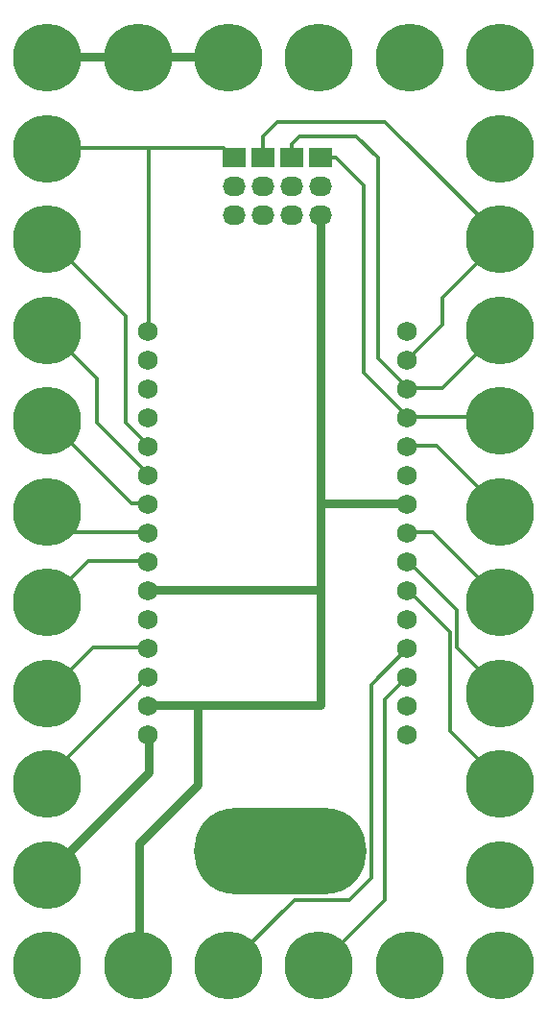
<source format=gtl>
%TF.GenerationSoftware,KiCad,Pcbnew,4.0.7-e2-6376~58~ubuntu16.04.1*%
%TF.CreationDate,2018-07-18T10:10:47-07:00*%
%TF.ProjectId,6x11-NodeMCU-V2-Breakout,367831312D4E6F64654D43552D56322D,1.0*%
%TF.FileFunction,Copper,L1,Top,Signal*%
%FSLAX46Y46*%
G04 Gerber Fmt 4.6, Leading zero omitted, Abs format (unit mm)*
G04 Created by KiCad (PCBNEW 4.0.7-e2-6376~58~ubuntu16.04.1) date Wed Jul 18 10:10:47 2018*
%MOMM*%
%LPD*%
G01*
G04 APERTURE LIST*
%ADD10C,0.350000*%
%ADD11R,2.032000X1.727200*%
%ADD12O,2.032000X1.727200*%
%ADD13O,15.240000X7.620000*%
%ADD14C,6.000000*%
%ADD15C,1.727200*%
%ADD16C,0.685800*%
%ADD17C,0.330200*%
%ADD18C,0.762000*%
%ADD19C,0.330200*%
%ADD20C,0.350000*%
G04 APERTURE END LIST*
D10*
D11*
X66040000Y-34290000D03*
D12*
X66040000Y-36830000D03*
X66040000Y-39370000D03*
D11*
X63500000Y-34290000D03*
D12*
X63500000Y-36830000D03*
X63500000Y-39370000D03*
D11*
X60960000Y-34290000D03*
D12*
X60960000Y-36830000D03*
X60960000Y-39370000D03*
D13*
X62484000Y-95377000D03*
D11*
X58420000Y-34290000D03*
D12*
X58420000Y-36830000D03*
X58420000Y-39370000D03*
D14*
X81941400Y-65501600D03*
X81940400Y-57501600D03*
X81940400Y-41501600D03*
X81940400Y-73501600D03*
X81940400Y-33501600D03*
X81940400Y-49501600D03*
X81941400Y-81501600D03*
X81941400Y-89501600D03*
X81940400Y-25501600D03*
X73941400Y-25501600D03*
X57941400Y-25501600D03*
X49941400Y-25501600D03*
X57941400Y-105501600D03*
X49941400Y-105501600D03*
X81940400Y-105501600D03*
X73941400Y-105501600D03*
X41941400Y-105501600D03*
X41941400Y-89501600D03*
X41941400Y-81501600D03*
X41941400Y-73501600D03*
X41941400Y-65501600D03*
X41941400Y-57501600D03*
X41941400Y-49501600D03*
X41941400Y-41501600D03*
X41941400Y-33501600D03*
X41941400Y-25501600D03*
X81941400Y-97501600D03*
X41941400Y-97501600D03*
X65941400Y-25501600D03*
X65941400Y-105501600D03*
D15*
X73691400Y-85191600D03*
X73691400Y-82651600D03*
X73691400Y-80111600D03*
X73691400Y-77571600D03*
X73691400Y-75031600D03*
X73691400Y-72491600D03*
X73691400Y-69951600D03*
X73691400Y-67411600D03*
X73691400Y-64871600D03*
X73691400Y-62331600D03*
X73691400Y-59791600D03*
X73691400Y-57251600D03*
X50831400Y-59791600D03*
X50831400Y-80111600D03*
X50831400Y-64871600D03*
X50831400Y-62331600D03*
X50831400Y-82651600D03*
X50831400Y-75031600D03*
X50831400Y-85191600D03*
X50831400Y-72491600D03*
X50831400Y-69951600D03*
X50831400Y-67411600D03*
X50831400Y-77571600D03*
X50831400Y-57251600D03*
X50831400Y-52171600D03*
X50831400Y-54711600D03*
X50831400Y-49631600D03*
X73691400Y-52171600D03*
X73691400Y-54711600D03*
X73691400Y-49631600D03*
D16*
X66040000Y-82550000D03*
D17*
X50800000Y-33400000D02*
X57530000Y-33400000D01*
X42040000Y-33400000D02*
X50800000Y-33400000D01*
X50800000Y-33400000D02*
X50930000Y-33530000D01*
X50930000Y-33530000D02*
X50930000Y-49530000D01*
X57530000Y-33400000D02*
X58420000Y-34290000D01*
D18*
X50040000Y-25400000D02*
X42040000Y-25400000D01*
X58040000Y-25400000D02*
X50040000Y-25400000D01*
X66040000Y-39370000D02*
X66040000Y-64770000D01*
X66040000Y-64770000D02*
X66040000Y-72390000D01*
X73790000Y-64770000D02*
X66040000Y-64770000D01*
X66040000Y-72390000D02*
X66040000Y-82550000D01*
X50930000Y-72390000D02*
X66040000Y-72390000D01*
X55245000Y-82550000D02*
X66040000Y-82550000D01*
X50930000Y-82550000D02*
X55245000Y-82550000D01*
X55245000Y-89535000D02*
X55245000Y-82550000D01*
X50040000Y-94740000D02*
X55245000Y-89535000D01*
X50040000Y-105400000D02*
X50040000Y-94740000D01*
D17*
X71120000Y-48260000D02*
X71120000Y-49400000D01*
X71120000Y-34290000D02*
X71120000Y-48260000D01*
X71120000Y-48260000D02*
X71120000Y-51940000D01*
X71120000Y-51940000D02*
X73790000Y-54610000D01*
X73790000Y-54610000D02*
X76829000Y-54610000D01*
X76829000Y-54610000D02*
X79369000Y-52070000D01*
X79369000Y-52070000D02*
X82039000Y-49400000D01*
X69215000Y-32385000D02*
X71120000Y-34290000D01*
X64211200Y-32385000D02*
X69215000Y-32385000D01*
X63500000Y-34290000D02*
X63500000Y-33096200D01*
X63500000Y-33096200D02*
X64211200Y-32385000D01*
X73790000Y-57150000D02*
X81789000Y-57150000D01*
X81789000Y-57150000D02*
X82039000Y-57400000D01*
X69850000Y-36753800D02*
X69850000Y-53210000D01*
X69850000Y-53210000D02*
X73790000Y-57150000D01*
X66040000Y-34290000D02*
X67386200Y-34290000D01*
X67386200Y-34290000D02*
X69850000Y-36753800D01*
D18*
X42040000Y-97400000D02*
X50930000Y-88510000D01*
X50930000Y-88510000D02*
X50930000Y-85090000D01*
D17*
X76835000Y-49025000D02*
X76835000Y-46604000D01*
X76835000Y-46604000D02*
X82039000Y-41400000D01*
X73790000Y-52070000D02*
X76835000Y-49025000D01*
X62230000Y-31115000D02*
X60960000Y-32385000D01*
X60960000Y-32385000D02*
X60960000Y-34290000D01*
X71754000Y-31115000D02*
X62230000Y-31115000D01*
X82039000Y-41400000D02*
X71754000Y-31115000D01*
X73790000Y-59690000D02*
X76330000Y-59690000D01*
X76330000Y-59690000D02*
X82040000Y-65400000D01*
X73790000Y-67310000D02*
X75949000Y-67310000D01*
X75949000Y-67310000D02*
X82039000Y-73400000D01*
X78105000Y-77465000D02*
X78105000Y-74165000D01*
X78105000Y-74165000D02*
X73790000Y-69850000D01*
X82040000Y-81400000D02*
X78105000Y-77465000D01*
X77470000Y-76070000D02*
X77470000Y-84830000D01*
X77470000Y-84830000D02*
X82040000Y-89400000D01*
X73790000Y-72390000D02*
X77470000Y-76070000D01*
X50930000Y-80010000D02*
X42040000Y-88900000D01*
X42040000Y-88900000D02*
X42040000Y-89400000D01*
X50930000Y-77470000D02*
X45970000Y-77470000D01*
X45970000Y-77470000D02*
X42040000Y-81400000D01*
X50930000Y-69850000D02*
X45590000Y-69850000D01*
X45590000Y-69850000D02*
X42040000Y-73400000D01*
X50930000Y-67310000D02*
X43950000Y-67310000D01*
X43950000Y-67310000D02*
X42040000Y-65400000D01*
X50930000Y-64770000D02*
X49410000Y-64770000D01*
X49410000Y-64770000D02*
X42040000Y-57400000D01*
X46355000Y-57655000D02*
X46355000Y-53715000D01*
X46355000Y-53715000D02*
X42040000Y-49400000D01*
X50930000Y-62230000D02*
X46355000Y-57655000D01*
X48895000Y-57655000D02*
X48895000Y-48255000D01*
X48895000Y-48255000D02*
X42040000Y-41400000D01*
X50930000Y-59690000D02*
X48895000Y-57655000D01*
X71755000Y-99695000D02*
X71755000Y-82045000D01*
X71755000Y-82045000D02*
X73790000Y-80010000D01*
X69049999Y-102400001D02*
X71755000Y-99695000D01*
X66040000Y-105400000D02*
X69039999Y-102400001D01*
X69039999Y-102400001D02*
X69049999Y-102400001D01*
X68580000Y-99695000D02*
X63745000Y-99695000D01*
X63745000Y-99695000D02*
X58040000Y-105400000D01*
X70523110Y-97751890D02*
X68580000Y-99695000D01*
X73790000Y-77470000D02*
X70523110Y-80736890D01*
X70523110Y-80736890D02*
X70523110Y-97751890D01*
D19*
X66040000Y-82550000D03*
D20*
X66040000Y-34290000D03*
X66040000Y-36830000D03*
X66040000Y-39370000D03*
X63500000Y-34290000D03*
X63500000Y-36830000D03*
X63500000Y-39370000D03*
X60960000Y-34290000D03*
X60960000Y-36830000D03*
X60960000Y-39370000D03*
X58420000Y-34290000D03*
X58420000Y-36830000D03*
X58420000Y-39370000D03*
X81941400Y-65501600D03*
X81940400Y-57501600D03*
X81940400Y-41501600D03*
X81940400Y-73501600D03*
X81940400Y-33501600D03*
X81940400Y-49501600D03*
X81941400Y-81501600D03*
X81941400Y-89501600D03*
X81940400Y-25501600D03*
X73941400Y-25501600D03*
X57941400Y-25501600D03*
X49941400Y-25501600D03*
X57941400Y-105501600D03*
X49941400Y-105501600D03*
X81940400Y-105501600D03*
X73941400Y-105501600D03*
X41941400Y-105501600D03*
X41941400Y-89501600D03*
X41941400Y-81501600D03*
X41941400Y-73501600D03*
X41941400Y-65501600D03*
X41941400Y-57501600D03*
X41941400Y-49501600D03*
X41941400Y-41501600D03*
X41941400Y-33501600D03*
X41941400Y-25501600D03*
X81941400Y-97501600D03*
X41941400Y-97501600D03*
X65941400Y-25501600D03*
X65941400Y-105501600D03*
X73691400Y-85191600D03*
X73691400Y-82651600D03*
X73691400Y-80111600D03*
X73691400Y-77571600D03*
X73691400Y-75031600D03*
X73691400Y-72491600D03*
X73691400Y-69951600D03*
X73691400Y-67411600D03*
X73691400Y-64871600D03*
X73691400Y-62331600D03*
X73691400Y-59791600D03*
X73691400Y-57251600D03*
X50831400Y-59791600D03*
X50831400Y-80111600D03*
X50831400Y-64871600D03*
X50831400Y-62331600D03*
X50831400Y-82651600D03*
X50831400Y-75031600D03*
X50831400Y-85191600D03*
X50831400Y-72491600D03*
X50831400Y-69951600D03*
X50831400Y-67411600D03*
X50831400Y-77571600D03*
X50831400Y-57251600D03*
X50831400Y-52171600D03*
X50831400Y-54711600D03*
X50831400Y-49631600D03*
X73691400Y-52171600D03*
X73691400Y-54711600D03*
X73691400Y-49631600D03*
M02*

</source>
